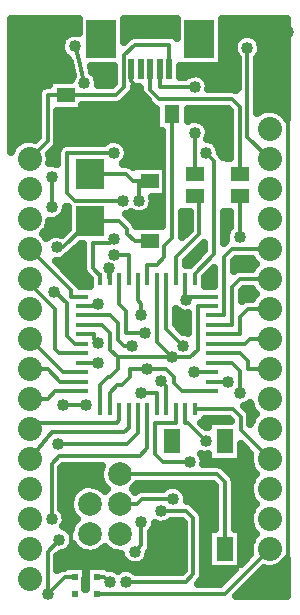
<source format=gbr>
G04 DipTrace 2.2.0.9*
%INTop.gbr*%
%MOIN*%
%ADD13C,0.013*%
%ADD14C,0.025*%
%ADD15R,0.0591X0.0512*%
%ADD16R,0.0512X0.0591*%
%ADD17R,0.0177X0.0394*%
%ADD18R,0.0394X0.0177*%
%ADD19R,0.0945X0.0984*%
%ADD20C,0.0787*%
%ADD21R,0.0197X0.0236*%
%ADD22R,0.0197X0.0709*%
%ADD23R,0.0984X0.1299*%
%ADD24R,0.0551X0.0827*%
%ADD25C,0.08*%
%ADD26C,0.04*%
%FSLAX44Y44*%
%SFA1B1*%
%OFA0B0*%
G04*
G70*
G90*
G75*
G01*
%LNTop*%
%LPD*%
X9668Y6683D2*
D13*
Y5940D1*
X6762Y20505D2*
X6137D1*
Y20314D1*
X9668Y5940D2*
X8990D1*
Y5716D1*
X8730Y5457D1*
X6814D1*
X6325Y5946D1*
Y7825D1*
X6940Y8440D1*
X8940Y20440D2*
Y20930D1*
X8330Y21540D1*
Y21940D1*
X12940Y4940D2*
X13535Y5535D1*
Y23164D1*
X6814Y5457D2*
Y4991D1*
X8940Y18940D2*
X9430D1*
Y16940D1*
X8940D1*
Y20440D2*
Y18940D1*
X6137Y20314D2*
Y19647D1*
X6397Y19387D1*
X6849D1*
Y19950D1*
X7340Y20440D1*
X8940D1*
X10440Y17692D2*
X10600D1*
Y16446D1*
X9810Y15657D1*
Y14940D1*
X11940Y16335D2*
Y17692D1*
X10061Y12716D2*
X9495Y13282D1*
Y14940D1*
X9688Y20440D2*
Y16304D1*
X9430Y16046D1*
Y15657D1*
X9170Y15397D1*
X8865D1*
Y14940D1*
X8580Y17552D2*
Y18192D1*
X8397D1*
X8149Y18440D1*
X6940D1*
X8580Y18192D2*
X8940D1*
X7227Y12806D2*
X7092Y12941D1*
Y13090D1*
X6700D1*
X6940Y16865D2*
X7925D1*
X8185Y16605D1*
Y16452D1*
X8445Y16192D1*
X8940D1*
X6700Y12775D2*
X6455D1*
X6190Y13040D1*
Y14140D1*
X5790Y14490D1*
X5740D1*
X5840Y15990D2*
X6065D1*
X6940Y16865D1*
X11940Y18440D2*
Y20670D1*
X11680Y20930D1*
X9250D1*
X8960Y21220D1*
Y21940D1*
X10440Y19816D2*
Y18440D1*
Y21325D2*
X9275D1*
Y21940D1*
X5670Y18342D2*
Y17335D1*
X7742Y16257D2*
X7607Y16121D1*
X7040D1*
Y15290D1*
X7290Y15040D1*
Y14940D1*
X12200Y22634D2*
Y19680D1*
X12940Y18940D1*
X6762Y21460D2*
X6590Y22240D1*
X6440Y22690D1*
X8050Y17552D2*
X6449D1*
X6190Y17812D1*
Y19127D1*
X7742D1*
X7590Y15290D2*
Y14955D1*
X7605Y14940D1*
X8785Y13138D2*
X8141D1*
Y13869D1*
X7920Y14090D1*
Y14940D1*
X9713Y7608D2*
X8697D1*
X8529Y7440D1*
X7940D1*
Y8440D2*
X11180D1*
X11440Y8180D1*
Y5940D1*
X7227Y14114D2*
X7147Y14034D1*
X6700D1*
X7290Y10609D2*
Y11406D1*
X7550Y11666D1*
X7621D1*
X7881Y11926D1*
Y12321D1*
X7621Y12581D1*
Y13145D1*
X7362Y13405D1*
X6700D1*
X9180Y14940D2*
Y12827D1*
X9686Y12321D1*
X7881D1*
X11557Y11515D2*
X11031D1*
X9686Y12321D2*
X10294D1*
X10554Y12581D1*
Y14034D1*
X11031D1*
Y11200D2*
X10015D1*
X9755Y11460D1*
Y11666D1*
X9495Y11926D1*
X8865D1*
X8335Y12716D2*
X8081D1*
X7881Y12916D1*
Y13460D1*
X7621Y13720D1*
X6700D1*
X8662D2*
Y14114D1*
X8550Y14226D1*
Y14940D1*
X10125D2*
Y14284D1*
X10159Y14250D1*
X8865Y11926D2*
X8269D1*
Y11666D1*
X8009Y11406D1*
X7865D1*
X7605Y11146D1*
Y10609D1*
X10159Y14250D2*
X10259Y14349D1*
X11031D1*
X12940Y5940D2*
X11440Y4440D1*
X7188D1*
X10826Y19133D2*
X11086Y18873D1*
Y15755D1*
X10440Y15109D1*
Y14940D1*
X7740Y15740D2*
X8235D1*
Y14940D1*
X4940Y15940D2*
X6325Y14555D1*
Y14349D1*
X6700D1*
X4940Y14940D2*
X4790D1*
X5790Y13940D1*
Y12590D1*
X5920Y12460D1*
X6700D1*
X7227Y12121D2*
X6740D1*
X6700Y12145D1*
X6045Y10730D2*
X6834D1*
X6740Y12121D2*
X6716Y12145D1*
X6700D1*
X4940Y12940D2*
X6050Y11830D1*
X6700D1*
X4940Y11940D2*
X5535D1*
X5960Y11515D1*
X6700D1*
X4940Y10940D2*
X5535D1*
X5795Y11200D1*
X6700D1*
X4940Y9940D2*
Y10140D1*
X7840D1*
X7920Y10220D1*
Y10609D1*
X8235D2*
Y9985D1*
X8090Y9840D1*
X5690D1*
X4940Y8940D1*
X5890Y9440D2*
X8196D1*
X8550Y9795D1*
Y10609D1*
X5670Y6940D2*
Y8769D1*
X5930Y9029D1*
X8605D1*
X8865Y9288D1*
Y10609D1*
X8664Y11136D2*
X9180D1*
Y10609D1*
X8452Y5851D2*
X8664Y6063D1*
Y6835D1*
X9318Y11531D2*
X9495Y11354D1*
Y10609D1*
X8146Y4835D2*
X10139D1*
X10399Y5095D1*
Y6953D1*
X10139Y7213D1*
X9318D1*
X10274Y8835D2*
X9385D1*
X9125Y9095D1*
Y10131D1*
X9810D1*
Y10609D1*
X10804Y9545D2*
X10218Y10131D1*
X10125D1*
Y10609D1*
X12940Y8940D2*
X11970Y9910D1*
Y10349D1*
X11710Y10609D1*
X10440D1*
X10409Y11830D2*
X11031D1*
X11952Y11140D2*
Y11885D1*
X11692Y12145D1*
X11031D1*
X12940Y11940D2*
X12212D1*
Y12200D1*
X11952Y12460D1*
X11031D1*
X12940Y12940D2*
X12284D1*
X12119Y12775D1*
X11031D1*
X12940Y13940D2*
X12202D1*
X11942Y13680D1*
Y13090D1*
X11031D1*
X12940Y14940D2*
X11942D1*
X11682Y14680D1*
Y13405D1*
X11031D1*
X12940Y15940D2*
X11682D1*
X11422Y15680D1*
Y13720D1*
X11031D1*
X4940Y18940D2*
X5535Y19535D1*
Y21062D1*
X6137D1*
X5930Y6246D2*
X5535Y5851D1*
Y4424D1*
X6137Y21062D2*
X7812D1*
X8090Y21340D1*
Y22390D1*
X8449Y22749D1*
X9590D1*
Y21940D1*
X5535Y4424D2*
X6102Y4991D1*
X6440D1*
X7616Y4835D2*
X7573D1*
X7416Y4991D1*
X7188D1*
D26*
X10826Y19133D3*
X5740Y14490D3*
X5840Y15990D3*
X11940Y16335D3*
X10061Y12716D3*
X8580Y17552D3*
X7227Y12806D3*
X6762Y20505D3*
X9668Y6683D3*
X13535Y23164D3*
X10440Y19816D3*
Y21325D3*
X7616Y4835D3*
X5930Y6246D3*
X5535Y4424D3*
X7742Y16257D3*
X5670Y17335D3*
Y18342D3*
X12200Y22634D3*
X6440Y22690D3*
X6762Y21460D3*
X7742Y19127D3*
X8050Y17552D3*
X7590Y15290D3*
X8785Y13138D3*
X9713Y7608D3*
X7227Y14114D3*
X11557Y11515D3*
X9686Y12321D3*
X8865Y11926D3*
X8335Y12716D3*
X10159Y14250D3*
X8662Y13720D3*
X7740Y15740D3*
X7227Y12121D3*
X6834Y10730D3*
X6045D3*
X5890Y9440D3*
X5670Y6940D3*
X8664Y11136D3*
Y6835D3*
X8452Y5851D3*
X9318Y11531D3*
Y7213D3*
X8146Y4835D3*
X10274Y8835D3*
X10804Y9545D3*
X10409Y11830D3*
X11952Y11140D3*
X4340Y23366D2*
D14*
X6546D1*
X8108D2*
X9811D1*
X11377D2*
X13491D1*
X4340Y23118D2*
X6233D1*
X8108D2*
X9811D1*
X11377D2*
X13491D1*
X4340Y22869D2*
X5987D1*
X11377D2*
X11772D1*
X12627D2*
X13491D1*
X4340Y22620D2*
X5956D1*
X11377D2*
X11710D1*
X12690D2*
X13491D1*
X4340Y22372D2*
X6077D1*
X11377D2*
X11792D1*
X12608D2*
X13491D1*
X4340Y22123D2*
X6253D1*
X11377D2*
X11847D1*
X12553D2*
X13491D1*
X4340Y21874D2*
X6308D1*
X7033D2*
X7733D1*
X9979D2*
X11847D1*
X12553D2*
X13491D1*
X4340Y21625D2*
X6304D1*
X7221D2*
X7733D1*
X10819D2*
X11847D1*
X12553D2*
X13491D1*
X4340Y21377D2*
X5413D1*
X10928D2*
X11847D1*
X12553D2*
X13491D1*
X4340Y21128D2*
X5186D1*
X8369D2*
X8620D1*
X12553D2*
X13491D1*
X4340Y20879D2*
X5179D1*
X8119D2*
X8808D1*
X12553D2*
X13491D1*
X4340Y20631D2*
X5179D1*
X6721D2*
X9085D1*
X12553D2*
X13491D1*
X4340Y20382D2*
X5179D1*
X5889D2*
X9144D1*
X10233D2*
X11585D1*
X4340Y20133D2*
X5179D1*
X5889D2*
X9144D1*
X10803D2*
X11585D1*
X4340Y19885D2*
X5179D1*
X5889D2*
X9144D1*
X10924D2*
X11585D1*
X4340Y19636D2*
X5144D1*
X5889D2*
X9335D1*
X10893D2*
X11585D1*
X4340Y19387D2*
X4425D1*
X5854D2*
X5962D1*
X8154D2*
X9335D1*
X11240D2*
X11585D1*
X5631Y19139D2*
X5835D1*
X8233D2*
X9335D1*
X11315D2*
X11585D1*
X5627Y18890D2*
X5835D1*
X8166D2*
X9335D1*
X9061Y17646D2*
X9335D1*
X9045Y17398D2*
X9335D1*
X8838Y17149D2*
X9335D1*
X10041D2*
X10245D1*
X11440D2*
X11585D1*
X5861Y16900D2*
X6179D1*
X8381D2*
X9335D1*
X10041D2*
X10245D1*
X11440D2*
X11585D1*
X5565Y16652D2*
X6179D1*
X10041D2*
X10245D1*
X11440D2*
X11573D1*
X5444Y16403D2*
X5601D1*
X6471Y15906D2*
X6686D1*
X10549D2*
X10729D1*
X6190Y15657D2*
X6686D1*
X10303D2*
X10495D1*
X5963Y15408D2*
X6686D1*
X10166D2*
X10249D1*
X11776D2*
X12444D1*
X6213Y15160D2*
X6714D1*
X10983D2*
X11067D1*
X6459Y14911D2*
X6913D1*
X10819D2*
X11069D1*
X12037Y14414D2*
X12448D1*
X9850Y13667D2*
X10198D1*
X9850Y13419D2*
X10198D1*
X12127Y10683D2*
X12300D1*
X12315Y10435D2*
X12472D1*
X12006Y9191D2*
X12198D1*
X10752Y8942D2*
X10872D1*
X12006D2*
X12249D1*
X6088Y8694D2*
X7308D1*
X11416D2*
X12296D1*
X6026Y8445D2*
X7257D1*
X11666D2*
X12472D1*
X6026Y8196D2*
X7304D1*
X11795D2*
X12300D1*
X6026Y7948D2*
X6495D1*
X7385D2*
X7479D1*
X8401D2*
X9370D1*
X10057D2*
X11085D1*
X11795D2*
X12249D1*
X6026Y7699D2*
X6308D1*
X10194D2*
X11085D1*
X11795D2*
X12296D1*
X6026Y7450D2*
X6257D1*
X10393D2*
X11085D1*
X11795D2*
X12464D1*
X6080Y7202D2*
X6300D1*
X10643D2*
X11085D1*
X11795D2*
X12304D1*
X6158Y6953D2*
X6472D1*
X10752D2*
X11085D1*
X11795D2*
X12249D1*
X6096Y6704D2*
X6311D1*
X9135D2*
X10042D1*
X10752D2*
X11085D1*
X11795D2*
X12292D1*
X9018Y6456D2*
X10042D1*
X10752D2*
X10872D1*
X12006D2*
X12460D1*
X9018Y6207D2*
X10042D1*
X10752D2*
X10872D1*
X12006D2*
X12308D1*
X6319Y5958D2*
X6468D1*
X9002D2*
X10042D1*
X10752D2*
X10872D1*
X12006D2*
X12249D1*
X5889Y5709D2*
X7983D1*
X8920D2*
X10042D1*
X10752D2*
X10872D1*
X12006D2*
X12218D1*
X5889Y5461D2*
X8175D1*
X8729D2*
X10042D1*
X10752D2*
X10872D1*
X8444Y5212D2*
X10026D1*
X10752D2*
X11722D1*
X12705D2*
X13491D1*
X10725Y4963D2*
X11472D1*
X12455D2*
X13491D1*
X12205Y4715D2*
X13491D1*
X11959Y4466D2*
X13491D1*
X8505Y18713D2*
X9360D1*
X9358Y19878D1*
X9167Y19880D1*
Y20610D1*
X9044Y20672D1*
X8727Y20987D1*
X8657Y21089D1*
X8630Y21220D1*
Y21318D1*
X8597Y21325D1*
X8419Y21321D1*
X8406Y21244D1*
X8348Y21134D1*
X8045Y20829D1*
X7943Y20759D1*
X7812Y20732D1*
X6699D1*
X6697Y20541D1*
X5865D1*
Y19535D1*
X5841Y19413D1*
X5768Y19302D1*
X5583Y19117D1*
X5605Y18940D1*
X5588Y18797D1*
X5729Y18803D1*
X5859Y18765D1*
X5860Y19127D1*
X5883Y19249D1*
X5950Y19354D1*
X6051Y19426D1*
X6190Y19457D1*
X7412D1*
X7556Y19553D1*
X7676Y19587D1*
X7801Y19588D1*
X7921Y19556D1*
X8029Y19493D1*
X8116Y19404D1*
X8176Y19295D1*
X8205Y19174D1*
X8207Y19127D1*
X8191Y19004D1*
X8142Y18889D1*
X8064Y18791D1*
X8036Y18771D1*
X8149Y18770D1*
X8271Y18747D1*
X8378Y18677D1*
X8358Y18695D1*
X8380Y18713D1*
X8505D1*
X9356Y17671D2*
X9028D1*
X9045Y17552D1*
X9028Y17429D1*
X8979Y17314D1*
X8902Y17217D1*
X8801Y17143D1*
X8684Y17099D1*
X8560Y17088D1*
X8438Y17110D1*
X8316Y17171D1*
X8271Y17143D1*
X8158Y17099D1*
X8418Y16839D1*
X8496Y16715D1*
X9360Y16713D1*
X9358Y17667D1*
X10209Y20598D2*
Y20215D1*
X10254Y20242D1*
X10374Y20276D1*
X10499Y20277D1*
X10619Y20245D1*
X10727Y20182D1*
X10814Y20093D1*
X10874Y19983D1*
X10903Y19862D1*
X10905Y19816D1*
X10888Y19692D1*
X10847Y19595D1*
X10884Y19594D1*
X11005Y19562D1*
X11112Y19499D1*
X11199Y19410D1*
X11259Y19301D1*
X11291Y19134D1*
X11389Y19004D1*
X11378Y19025D1*
X11505Y18961D1*
X11610D1*
Y20538D1*
X11543Y20600D1*
X10208D1*
X5702Y21583D2*
X6315D1*
X6371Y21707D1*
X6271Y22153D1*
X6231Y22273D1*
X6091Y22383D1*
X6022Y22486D1*
X5983Y22605D1*
X5977Y22729D1*
X6004Y22851D1*
X6062Y22961D1*
X6148Y23052D1*
X6254Y23116D1*
X6374Y23150D1*
X6499Y23151D1*
X6570Y23132D1*
X6569Y23611D1*
X6015Y23615D1*
X4315D1*
Y19166D1*
X4398Y19325D1*
X4479Y19420D1*
X4577Y19497D1*
X4688Y19555D1*
X4807Y19592D1*
X4931Y19605D1*
X5056Y19595D1*
X5112Y19579D1*
X5207Y19673D1*
X5205Y21062D1*
X5228Y21184D1*
X5295Y21289D1*
X5396Y21361D1*
X5535Y21392D1*
X5578D1*
X5577Y21583D1*
X5702D1*
X10270Y17171D2*
X10020D1*
X10019Y16332D1*
X10270Y16583D1*
Y17169D1*
X11614Y17171D2*
X11414D1*
X11416Y16143D1*
X11452Y16175D1*
X11483Y16250D1*
X11477Y16374D1*
X11504Y16496D1*
X11562Y16606D1*
X11613Y16660D1*
X11610Y17175D1*
X6184Y15682D2*
X6162Y15654D1*
X6061Y15581D1*
X5945Y15537D1*
X5824Y15526D1*
X6560Y14785D1*
X6617Y14707D1*
X6937Y14703D1*
Y14927D1*
X6807Y15057D1*
X6737Y15160D1*
X6710Y15290D1*
Y16109D1*
X6643Y16102D1*
X6298Y15757D1*
X6191Y15686D1*
X6216Y15698D1*
X5497Y16298D2*
X5548Y16352D1*
X5654Y16416D1*
X5774Y16450D1*
X5899Y16451D1*
X6022Y16417D1*
X6204Y16596D1*
X6203Y17331D1*
X6135Y17335D1*
X6118Y17211D1*
X6069Y17097D1*
X5992Y16999D1*
X5891Y16926D1*
X5774Y16882D1*
X5650Y16870D1*
X5601Y16879D1*
X5593Y16816D1*
X5559Y16696D1*
X5502Y16585D1*
X5426Y16486D1*
X5376Y16442D1*
X5472Y16339D1*
X5494Y16303D1*
X10137Y15402D2*
X10270D1*
X10756Y15892D1*
Y16134D1*
X10140Y15520D1*
Y15403D1*
X10164Y15402D1*
Y15398D1*
X10794Y15000D2*
Y14703D1*
X11096D1*
X11092Y15095D1*
Y15294D1*
X10791Y14994D1*
X10794Y10278D2*
Y10147D1*
X10665D1*
X10808Y10008D1*
X10896Y9997D1*
X10899Y10201D1*
X11638D1*
X11574Y10279D1*
X10792D1*
X8369Y7936D2*
X8460Y7840D1*
X8566Y7911D1*
X8697Y7938D1*
X9388D1*
X9421Y7970D1*
X9527Y8034D1*
X9647Y8068D1*
X9772Y8069D1*
X9892Y8037D1*
X10000Y7974D1*
X10087Y7885D1*
X10147Y7776D1*
X10176Y7655D1*
X10169Y7543D1*
X10235Y7529D1*
X10345Y7471D1*
X10632Y7187D1*
X10702Y7084D1*
X10729Y6953D1*
Y5095D1*
X10705Y4973D1*
X10632Y4861D1*
X10541Y4770D1*
X11301D1*
X11795Y5262D1*
X10899D1*
Y6618D1*
X11106D1*
X11110Y7315D1*
Y8045D1*
X11043Y8110D1*
X8507Y8109D1*
X8418Y7987D1*
X8368Y7943D1*
X8541Y7899D1*
X8660Y7936D1*
X8697Y7938D1*
X9953Y22032D2*
Y21657D1*
X10115Y21655D1*
X10148Y21687D1*
X10254Y21751D1*
X10374Y21785D1*
X10499Y21786D1*
X10619Y21754D1*
X10727Y21691D1*
X10814Y21602D1*
X10874Y21493D1*
X10903Y21372D1*
X10896Y21259D1*
X11680Y21260D1*
X11805Y21235D1*
X11780Y21244D1*
X11870Y21305D1*
Y22309D1*
X11782Y22431D1*
X11743Y22549D1*
X11736Y22674D1*
X11764Y22795D1*
X11822Y22905D1*
X11907Y22996D1*
X12014Y23061D1*
X12134Y23095D1*
X12258Y23096D1*
X12379Y23064D1*
X12486Y23001D1*
X12573Y22911D1*
X12634Y22802D1*
X12663Y22681D1*
X12665Y22634D1*
X12648Y22511D1*
X12599Y22396D1*
X12529Y22308D1*
X12530Y20467D1*
X12688Y20555D1*
X12807Y20592D1*
X12931Y20605D1*
X13056Y20595D1*
X13176Y20562D1*
X13288Y20507D1*
X13388Y20432D1*
X13472Y20339D1*
X13515Y20269D1*
Y23615D1*
X11347D1*
X11351Y23359D1*
Y22029D1*
X9957D1*
X9837Y22971D2*
Y23611D1*
X9140Y23615D1*
X8081D1*
X8083Y22847D1*
X8216Y22982D1*
X8319Y23052D1*
X8449Y23079D1*
X9590D1*
X9712Y23056D1*
X9819Y22986D1*
X9806Y22998D1*
X7759Y22029D2*
X6978D1*
X7014Y21850D1*
X7049Y21826D1*
X7136Y21737D1*
X7196Y21628D1*
X7225Y21507D1*
X7218Y21395D1*
X7672Y21392D1*
X7758Y21475D1*
X7760Y22031D1*
X11771Y6618D2*
X11981D1*
Y5450D1*
X12298Y5764D1*
X12281Y5851D1*
X12276Y5976D1*
X12294Y6099D1*
X12335Y6217D1*
X12398Y6325D1*
X12501Y6437D1*
X12431Y6513D1*
X12360Y6615D1*
X12309Y6730D1*
X12281Y6851D1*
X12276Y6976D1*
X12294Y7099D1*
X12335Y7217D1*
X12398Y7325D1*
X12501Y7437D1*
X12431Y7513D1*
X12360Y7615D1*
X12309Y7730D1*
X12281Y7851D1*
X12276Y7976D1*
X12294Y8099D1*
X12335Y8217D1*
X12398Y8325D1*
X12501Y8437D1*
X12431Y8513D1*
X12360Y8615D1*
X12309Y8730D1*
X12281Y8851D1*
X12276Y8976D1*
X12301Y9118D1*
X11980Y9433D1*
X11981Y8844D1*
X10899D1*
Y9090D1*
X10784Y9081D1*
X10651Y9107D1*
X10708Y9003D1*
X10737Y8881D1*
X10730Y8769D1*
X11180Y8770D1*
X11302Y8747D1*
X11413Y8673D1*
X11673Y8413D1*
X11743Y8311D1*
X11770Y8180D1*
Y6622D1*
X13514Y5609D2*
X13426Y5486D1*
X13332Y5403D1*
X13225Y5339D1*
X13108Y5297D1*
X12985Y5276D1*
X12860Y5280D1*
X12765Y5301D1*
X11834Y4367D1*
X13515Y4365D1*
Y5603D1*
X12301Y10118D2*
X12335Y10217D1*
X12398Y10325D1*
X12501Y10437D1*
X12431Y10513D1*
X12360Y10615D1*
X12309Y10730D1*
X12289Y10817D1*
X12173Y10731D1*
X12090Y10699D1*
X12203Y10583D1*
X12273Y10480D1*
X12300Y10349D1*
Y10119D1*
X12365Y14268D2*
X12398Y14325D1*
X12501Y14437D1*
X12431Y14513D1*
X12362Y14612D1*
X12077Y14610D1*
X12012Y14543D1*
Y14208D1*
X12047Y14231D1*
X12165Y14268D1*
X12202Y14270D1*
X10069Y13176D2*
X10120Y13177D1*
X10221Y13150D1*
X10224Y13788D1*
X10140Y13785D1*
X10017Y13807D1*
X9905Y13861D1*
X9825Y13929D1*
Y13420D1*
X10063Y13181D1*
X6060Y6689D2*
X6109Y6675D1*
X6216Y6613D1*
X6291Y6538D1*
X6306Y6618D1*
X6351Y6735D1*
X6417Y6841D1*
X6510Y6942D1*
X6426Y7029D1*
X6357Y7133D1*
X6310Y7248D1*
X6285Y7371D1*
X6284Y7496D1*
X6306Y7618D1*
X6351Y7735D1*
X6417Y7841D1*
X6502Y7932D1*
X6603Y8006D1*
X6716Y8059D1*
X6836Y8090D1*
X6961Y8098D1*
X7085Y8083D1*
X7203Y8044D1*
X7313Y7983D1*
X7408Y7903D1*
X7440Y7864D1*
X7512Y7939D1*
X7426Y8029D1*
X7357Y8133D1*
X7310Y8248D1*
X7285Y8371D1*
X7284Y8496D1*
X7306Y8618D1*
X7338Y8702D1*
X6355Y8699D1*
X6062D1*
X6000Y8632D1*
X5997Y7264D1*
X6043Y7217D1*
X6104Y7108D1*
X6133Y6987D1*
X6135Y6940D1*
X6118Y6817D1*
X6062Y6693D1*
X10002Y6883D2*
X9640Y6878D1*
X9539Y6804D1*
X9423Y6760D1*
X9299Y6749D1*
X9176Y6771D1*
X9123Y6792D1*
X9112Y6711D1*
X9063Y6597D1*
X8993Y6508D1*
X8994Y6063D1*
X8968Y5938D1*
X8917Y5851D1*
X8900Y5728D1*
X8851Y5613D1*
X8774Y5516D1*
X8673Y5442D1*
X8556Y5398D1*
X8432Y5387D1*
X8309Y5409D1*
X8197Y5462D1*
X8103Y5544D1*
X8034Y5648D1*
X7994Y5785D1*
X7850Y5787D1*
X7728Y5816D1*
X7615Y5867D1*
X7512Y5939D1*
X7440Y6014D1*
X7324Y5905D1*
X7216Y5842D1*
X7098Y5801D1*
X6975Y5782D1*
X6850Y5787D1*
X6728Y5816D1*
X6615Y5867D1*
X6512Y5939D1*
X6426Y6029D1*
X6372Y6110D1*
X6329Y6008D1*
X6252Y5911D1*
X6151Y5837D1*
X6034Y5793D1*
X5937Y5784D1*
X5862Y5712D1*
X5865Y5223D1*
X5976Y5295D1*
X6069Y5319D1*
X6077Y5374D1*
X6803D1*
X6800Y4608D1*
X6825D1*
Y5374D1*
X7551D1*
Y5292D1*
X7675Y5296D1*
X7795Y5264D1*
X7879Y5215D1*
X7960Y5261D1*
X8080Y5295D1*
X8205Y5296D1*
X8325Y5264D1*
X8433Y5201D1*
X8468Y5165D1*
X10002D1*
X10069Y5231D1*
Y6817D1*
X12067Y15270D2*
X12365Y15268D1*
X12398Y15325D1*
X12501Y15437D1*
X12431Y15513D1*
X12362Y15612D1*
X11819Y15610D1*
X11752Y15543D1*
Y15208D1*
X11787Y15231D1*
X11905Y15268D1*
X12067Y15270D1*
D15*
X8940Y18940D3*
Y18192D3*
Y16940D3*
Y16192D3*
D16*
Y20440D3*
X9688D3*
D15*
X6137Y21062D3*
Y20314D3*
X10440Y18440D3*
Y17692D3*
X11940Y18440D3*
Y17692D3*
D17*
X10440Y14940D3*
X10125D3*
X9810D3*
X9495D3*
X9180D3*
X8865D3*
X8550D3*
X8235D3*
X7920D3*
X7605D3*
X7290D3*
D18*
X6700Y14349D3*
Y14034D3*
Y13720D3*
Y13405D3*
Y13090D3*
Y12775D3*
Y12460D3*
Y12145D3*
Y11830D3*
Y11515D3*
Y11200D3*
D17*
X7290Y10609D3*
X7605D3*
X7920D3*
X8235D3*
X8550D3*
X8865D3*
X9180D3*
X9495D3*
X9810D3*
X10125D3*
X10440D3*
D18*
X11031Y11200D3*
Y11515D3*
Y11830D3*
Y12145D3*
Y12460D3*
Y12775D3*
Y13090D3*
Y13405D3*
Y13720D3*
Y14034D3*
Y14349D3*
D19*
X6940Y18440D3*
Y16865D3*
D20*
Y8440D3*
Y7440D3*
Y6440D3*
X7940D3*
Y7440D3*
Y8440D3*
D21*
X7188Y4991D3*
X6814D3*
X6440D3*
Y4440D3*
X7188D3*
D22*
X9590Y21940D3*
X9275D3*
X8960D3*
X8645D3*
X8330D3*
D23*
X10594Y22944D3*
X7326D3*
D24*
X11440Y5940D3*
X9668D3*
X11440Y9523D3*
X9668D3*
D25*
X4940Y19940D3*
Y18940D3*
Y17940D3*
Y16940D3*
Y15940D3*
Y14940D3*
Y13940D3*
Y12940D3*
Y11940D3*
Y10940D3*
Y9940D3*
Y8940D3*
Y7940D3*
Y6940D3*
Y5940D3*
Y4940D3*
X12940D3*
Y5940D3*
Y6940D3*
Y7940D3*
Y8940D3*
Y9940D3*
Y10940D3*
Y11940D3*
Y12940D3*
Y13940D3*
Y14940D3*
Y15940D3*
Y16940D3*
Y17940D3*
Y18940D3*
Y19940D3*
M02*

</source>
